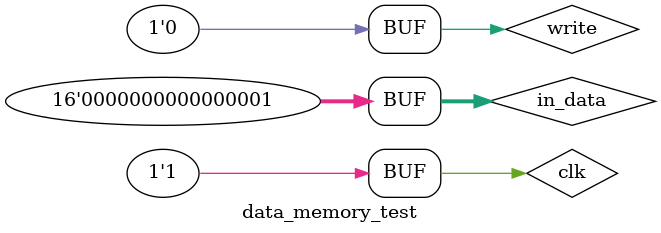
<source format=v>
`timescale 1ns / 1ps


	
module data_memory_test;

	// Outputs
	reg [15:0] out_data;
	reg clk, write;
	reg [10:0]add_data;
	reg [15:0]in_data;
	// Instantiate the Unit Under Test (UUT)
	data_memory uut (
		.clk(clk),.write(write), .addr_data(addr_data), .out_data(out_data), .in_data(in_data)
	);

	initial begin
		// Initialize Inputs
		write = 1;
		in_data = 16'b 0000000000000001;
		clk = 0;
		#1
		write = 0;
		in_data = 16'b 0000000000000001;
		clk = ~clk;
		#1
		
		// Wait 100 ns for global reset to finish
		#100;
		
        
		// Add stimulus here

	end
      
endmodule


</source>
